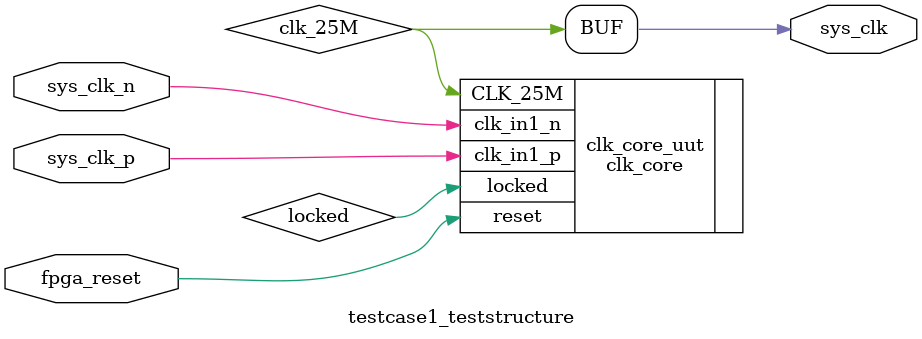
<source format=v>
`timescale 1ns / 1ps


module testcase1_teststructure(
    input sys_clk_p,
    input sys_clk_n,
    input fpga_reset,
    
    output sys_clk

    );
    
    //wire
    wire locked;
    wire clk_25M;
    
    clk_core clk_core_uut(
    .clk_in1_p(sys_clk_p), 
    .clk_in1_n(sys_clk_n), 
    .reset(fpga_reset), 
    .CLK_25M(clk_25M), 
    .locked(locked)
    );
    
    assign sys_clk = clk_25M;
    
    
    
    
    
    
    
endmodule

</source>
